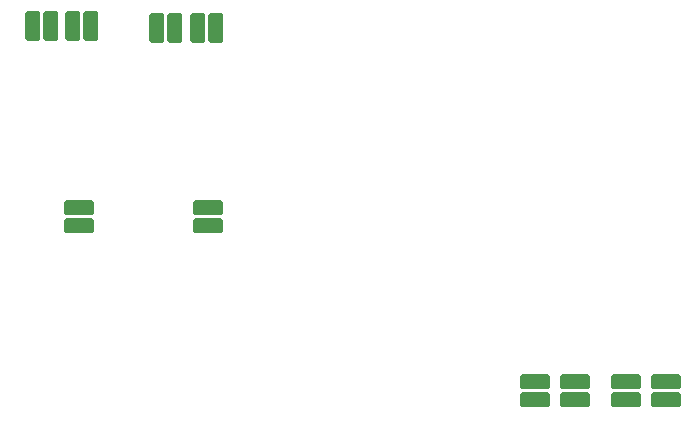
<source format=gbp>
%FSAX25Y25*%
%MOIN*%
G70*
G01*
G75*
G04 Layer_Color=128*
%ADD10R,0.02756X0.03543*%
%ADD11R,0.08661X0.07874*%
%ADD12R,0.03543X0.02756*%
%ADD13R,0.08071X0.07480*%
%ADD14R,0.07284X0.04921*%
%ADD15R,0.11417X0.06102*%
G04:AMPARAMS|DCode=16|XSize=50mil|YSize=100mil|CornerRadius=6.25mil|HoleSize=0mil|Usage=FLASHONLY|Rotation=0.000|XOffset=0mil|YOffset=0mil|HoleType=Round|Shape=RoundedRectangle|*
%AMROUNDEDRECTD16*
21,1,0.05000,0.08750,0,0,0.0*
21,1,0.03750,0.10000,0,0,0.0*
1,1,0.01250,0.01875,-0.04375*
1,1,0.01250,-0.01875,-0.04375*
1,1,0.01250,-0.01875,0.04375*
1,1,0.01250,0.01875,0.04375*
%
%ADD16ROUNDEDRECTD16*%
%ADD17R,0.05118X0.04331*%
%ADD18R,0.04331X0.05118*%
%ADD19R,0.03937X0.09449*%
%ADD20R,0.12992X0.09449*%
%ADD21R,0.08268X0.12598*%
%ADD22R,0.08268X0.03543*%
%ADD23O,0.02756X0.10827*%
%ADD24R,0.05906X0.11811*%
%ADD25C,0.04000*%
%ADD26C,0.02000*%
%ADD27C,0.10000*%
%ADD28C,0.01500*%
%ADD29C,0.03500*%
%ADD30C,0.07087*%
%ADD31R,0.06394X0.06394*%
%ADD32C,0.05906*%
%ADD33R,0.05906X0.05906*%
%ADD34R,0.06394X0.06394*%
%ADD35O,0.07874X0.25590*%
G04:AMPARAMS|DCode=36|XSize=157.48mil|YSize=118.11mil|CornerRadius=29.53mil|HoleSize=0mil|Usage=FLASHONLY|Rotation=180.000|XOffset=0mil|YOffset=0mil|HoleType=Round|Shape=RoundedRectangle|*
%AMROUNDEDRECTD36*
21,1,0.15748,0.05906,0,0,180.0*
21,1,0.09843,0.11811,0,0,180.0*
1,1,0.05906,-0.04921,0.02953*
1,1,0.05906,0.04921,0.02953*
1,1,0.05906,0.04921,-0.02953*
1,1,0.05906,-0.04921,-0.02953*
%
%ADD36ROUNDEDRECTD36*%
%ADD37O,0.07874X0.19685*%
%ADD38O,0.21260X0.09843*%
G04:AMPARAMS|DCode=39|XSize=236.22mil|YSize=98.43mil|CornerRadius=24.61mil|HoleSize=0mil|Usage=FLASHONLY|Rotation=180.000|XOffset=0mil|YOffset=0mil|HoleType=Round|Shape=RoundedRectangle|*
%AMROUNDEDRECTD39*
21,1,0.23622,0.04921,0,0,180.0*
21,1,0.18701,0.09843,0,0,180.0*
1,1,0.04921,-0.09350,0.02461*
1,1,0.04921,0.09350,0.02461*
1,1,0.04921,0.09350,-0.02461*
1,1,0.04921,-0.09350,-0.02461*
%
%ADD39ROUNDEDRECTD39*%
%ADD40C,0.16000*%
%ADD41C,0.24410*%
%ADD42C,0.04000*%
%ADD43C,0.05000*%
%ADD44C,0.03200*%
G04:AMPARAMS|DCode=45|XSize=50mil|YSize=100mil|CornerRadius=6.25mil|HoleSize=0mil|Usage=FLASHONLY|Rotation=90.000|XOffset=0mil|YOffset=0mil|HoleType=Round|Shape=RoundedRectangle|*
%AMROUNDEDRECTD45*
21,1,0.05000,0.08750,0,0,90.0*
21,1,0.03750,0.10000,0,0,90.0*
1,1,0.01250,0.04375,0.01875*
1,1,0.01250,0.04375,-0.01875*
1,1,0.01250,-0.04375,-0.01875*
1,1,0.01250,-0.04375,0.01875*
%
%ADD45ROUNDEDRECTD45*%
%ADD46C,0.00787*%
%ADD47C,0.00984*%
%ADD48C,0.01000*%
%ADD49C,0.00500*%
%ADD50C,0.01200*%
%ADD51C,0.00800*%
%ADD52R,0.07284X0.02165*%
G04:AMPARAMS|DCode=53|XSize=118mil|YSize=108mil|CornerRadius=13.5mil|HoleSize=0mil|Usage=FLASHONLY|Rotation=0.000|XOffset=0mil|YOffset=0mil|HoleType=Round|Shape=RoundedRectangle|*
%AMROUNDEDRECTD53*
21,1,0.11800,0.08100,0,0,0.0*
21,1,0.09100,0.10800,0,0,0.0*
1,1,0.02700,0.04550,-0.04050*
1,1,0.02700,-0.04550,-0.04050*
1,1,0.02700,-0.04550,0.04050*
1,1,0.02700,0.04550,0.04050*
%
%ADD53ROUNDEDRECTD53*%
%ADD54R,0.03556X0.04343*%
%ADD55R,0.09461X0.08674*%
%ADD56R,0.04343X0.03556*%
%ADD57R,0.08871X0.08280*%
%ADD58R,0.08083X0.05721*%
%ADD59R,0.12217X0.06902*%
G04:AMPARAMS|DCode=60|XSize=58mil|YSize=108mil|CornerRadius=10.25mil|HoleSize=0mil|Usage=FLASHONLY|Rotation=0.000|XOffset=0mil|YOffset=0mil|HoleType=Round|Shape=RoundedRectangle|*
%AMROUNDEDRECTD60*
21,1,0.05800,0.08750,0,0,0.0*
21,1,0.03750,0.10800,0,0,0.0*
1,1,0.02050,0.01875,-0.04375*
1,1,0.02050,-0.01875,-0.04375*
1,1,0.02050,-0.01875,0.04375*
1,1,0.02050,0.01875,0.04375*
%
%ADD60ROUNDEDRECTD60*%
%ADD61R,0.05918X0.05131*%
%ADD62R,0.05131X0.05918*%
%ADD63R,0.04737X0.10249*%
%ADD64R,0.13792X0.10249*%
%ADD65R,0.09068X0.13398*%
%ADD66R,0.09068X0.04343*%
%ADD67O,0.03556X0.11627*%
%ADD68R,0.06706X0.12611*%
%ADD69C,0.07887*%
%ADD70R,0.07194X0.07194*%
%ADD71C,0.06706*%
%ADD72R,0.06706X0.06706*%
%ADD73R,0.07194X0.07194*%
%ADD74O,0.08674X0.26391*%
G04:AMPARAMS|DCode=75|XSize=165.48mil|YSize=126.11mil|CornerRadius=33.53mil|HoleSize=0mil|Usage=FLASHONLY|Rotation=180.000|XOffset=0mil|YOffset=0mil|HoleType=Round|Shape=RoundedRectangle|*
%AMROUNDEDRECTD75*
21,1,0.16548,0.05906,0,0,180.0*
21,1,0.09843,0.12611,0,0,180.0*
1,1,0.06706,-0.04921,0.02953*
1,1,0.06706,0.04921,0.02953*
1,1,0.06706,0.04921,-0.02953*
1,1,0.06706,-0.04921,-0.02953*
%
%ADD75ROUNDEDRECTD75*%
%ADD76O,0.08674X0.20485*%
%ADD77O,0.22060X0.10642*%
G04:AMPARAMS|DCode=78|XSize=244.22mil|YSize=106.42mil|CornerRadius=28.61mil|HoleSize=0mil|Usage=FLASHONLY|Rotation=180.000|XOffset=0mil|YOffset=0mil|HoleType=Round|Shape=RoundedRectangle|*
%AMROUNDEDRECTD78*
21,1,0.24422,0.04921,0,0,180.0*
21,1,0.18701,0.10642,0,0,180.0*
1,1,0.05721,-0.09350,0.02461*
1,1,0.05721,0.09350,0.02461*
1,1,0.05721,0.09350,-0.02461*
1,1,0.05721,-0.09350,-0.02461*
%
%ADD78ROUNDEDRECTD78*%
G04:AMPARAMS|DCode=79|XSize=118mil|YSize=108mil|CornerRadius=13.5mil|HoleSize=0mil|Usage=FLASHONLY|Rotation=90.000|XOffset=0mil|YOffset=0mil|HoleType=Round|Shape=RoundedRectangle|*
%AMROUNDEDRECTD79*
21,1,0.11800,0.08100,0,0,90.0*
21,1,0.09100,0.10800,0,0,90.0*
1,1,0.02700,0.04050,0.04550*
1,1,0.02700,0.04050,-0.04550*
1,1,0.02700,-0.04050,-0.04550*
1,1,0.02700,-0.04050,0.04550*
%
%ADD79ROUNDEDRECTD79*%
G04:AMPARAMS|DCode=80|XSize=58mil|YSize=108mil|CornerRadius=10.25mil|HoleSize=0mil|Usage=FLASHONLY|Rotation=90.000|XOffset=0mil|YOffset=0mil|HoleType=Round|Shape=RoundedRectangle|*
%AMROUNDEDRECTD80*
21,1,0.05800,0.08750,0,0,90.0*
21,1,0.03750,0.10800,0,0,90.0*
1,1,0.02050,0.04375,0.01875*
1,1,0.02050,0.04375,-0.01875*
1,1,0.02050,-0.04375,-0.01875*
1,1,0.02050,-0.04375,0.01875*
%
%ADD80ROUNDEDRECTD80*%
D16*
X0110862Y0415673D02*
D03*
X0116862D02*
D03*
X0097362D02*
D03*
X0103362D02*
D03*
X0152362Y0415173D02*
D03*
X0158362D02*
D03*
X0138862D02*
D03*
X0144862D02*
D03*
D45*
X0112862Y0349173D02*
D03*
Y0355173D02*
D03*
X0155862Y0349173D02*
D03*
Y0355173D02*
D03*
X0278196Y0297173D02*
D03*
Y0291173D02*
D03*
X0264862D02*
D03*
Y0297173D02*
D03*
X0308362D02*
D03*
Y0291173D02*
D03*
X0295029D02*
D03*
Y0297173D02*
D03*
M02*

</source>
